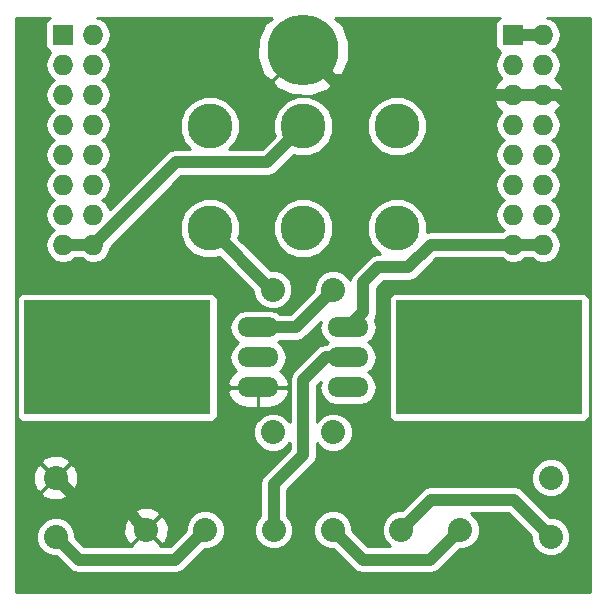
<source format=gbl>
%FSLAX34Y34*%
G04 Gerber Fmt 3.4, Leading zero omitted, Abs format*
G04 (created by PCBNEW (2014-jan-25)-product) date Sun 13 Jul 2014 08:16:38 AM PDT*
%MOIN*%
G01*
G70*
G90*
G04 APERTURE LIST*
%ADD10C,0.003937*%
%ADD11C,0.236220*%
%ADD12R,0.068000X0.068000*%
%ADD13O,0.068000X0.068000*%
%ADD14C,0.080000*%
%ADD15C,0.150000*%
%ADD16O,0.137800X0.066900*%
%ADD17R,0.620000X0.380000*%
%ADD18C,0.035000*%
%ADD19C,0.040000*%
%ADD20C,0.010000*%
G04 APERTURE END LIST*
G54D10*
G54D11*
X40000Y-42000D03*
G54D12*
X32000Y-41500D03*
G54D13*
X33000Y-41500D03*
X32000Y-42500D03*
X33000Y-42500D03*
X32000Y-43500D03*
X33000Y-43500D03*
X32000Y-44500D03*
X33000Y-44500D03*
X32000Y-45500D03*
X33000Y-45500D03*
X32000Y-46500D03*
X33000Y-46500D03*
X32000Y-47500D03*
X33000Y-47500D03*
X32000Y-48500D03*
X33000Y-48500D03*
G54D12*
X47000Y-41500D03*
G54D13*
X48000Y-41500D03*
X47000Y-42500D03*
X48000Y-42500D03*
X47000Y-43500D03*
X48000Y-43500D03*
X47000Y-44500D03*
X48000Y-44500D03*
X47000Y-45500D03*
X48000Y-45500D03*
X47000Y-46500D03*
X48000Y-46500D03*
X47000Y-47500D03*
X48000Y-47500D03*
X47000Y-48500D03*
X48000Y-48500D03*
G54D14*
X48250Y-58234D03*
X48250Y-56265D03*
X34765Y-58000D03*
X36734Y-58000D03*
X31750Y-56265D03*
X31750Y-58234D03*
X41005Y-54750D03*
X38995Y-54750D03*
X41005Y-50000D03*
X38995Y-50000D03*
G54D15*
X40000Y-47950D03*
X40000Y-44550D03*
X43120Y-47950D03*
X36880Y-44550D03*
X43120Y-44550D03*
X36880Y-47950D03*
G54D14*
X39015Y-58000D03*
X40984Y-58000D03*
X43265Y-58000D03*
X45234Y-58000D03*
G54D16*
X38500Y-52250D03*
X38500Y-53250D03*
X38500Y-51250D03*
G54D17*
X33800Y-52250D03*
G54D16*
X41500Y-52250D03*
X41500Y-51250D03*
X41500Y-53250D03*
G54D17*
X46200Y-52250D03*
G54D18*
X49000Y-44000D03*
G54D19*
X31750Y-56265D02*
X32734Y-57250D01*
X32734Y-57250D02*
X34015Y-57250D01*
X47000Y-43500D02*
X45500Y-43500D01*
X45000Y-43000D02*
X41000Y-43000D01*
X45500Y-43500D02*
X45000Y-43000D01*
X34765Y-58000D02*
X34015Y-57250D01*
X48000Y-43500D02*
X47000Y-43500D01*
X41000Y-43000D02*
X40000Y-42000D01*
X48500Y-43500D02*
X49000Y-44000D01*
X48000Y-43500D02*
X48500Y-43500D01*
X33000Y-48500D02*
X33000Y-48500D01*
X38800Y-45750D02*
X40000Y-44550D01*
X35750Y-45750D02*
X38800Y-45750D01*
X33000Y-48500D02*
X35750Y-45750D01*
X33000Y-48500D02*
X32000Y-48500D01*
X48000Y-41500D02*
X47000Y-41500D01*
X43265Y-58000D02*
X44265Y-57000D01*
X47015Y-57000D02*
X48250Y-58234D01*
X44265Y-57000D02*
X47015Y-57000D01*
X43500Y-49250D02*
X44250Y-48500D01*
X41500Y-51250D02*
X42000Y-50750D01*
X44250Y-48500D02*
X47000Y-48500D01*
X48000Y-48500D02*
X47000Y-48500D01*
X42000Y-49750D02*
X42500Y-49250D01*
X42500Y-49250D02*
X43500Y-49250D01*
X42000Y-50750D02*
X42000Y-49750D01*
X39015Y-58000D02*
X39015Y-56484D01*
X39015Y-56484D02*
X40000Y-55500D01*
X40750Y-52250D02*
X41500Y-52250D01*
X40000Y-53000D02*
X40750Y-52250D01*
X40000Y-55500D02*
X40000Y-53000D01*
X31750Y-58234D02*
X32515Y-59000D01*
X35734Y-59000D02*
X36734Y-58000D01*
X32515Y-59000D02*
X35734Y-59000D01*
X38995Y-50000D02*
X38930Y-50000D01*
X38930Y-50000D02*
X36880Y-47950D01*
X38500Y-51250D02*
X39755Y-51250D01*
X39755Y-51250D02*
X41005Y-50000D01*
X40984Y-58000D02*
X41984Y-59000D01*
X44234Y-59000D02*
X45234Y-58000D01*
X41984Y-59000D02*
X44234Y-59000D01*
G54D20*
G36*
X49572Y-60072D02*
X49550Y-60072D01*
X49550Y-54199D01*
X49550Y-54100D01*
X49550Y-50300D01*
X49511Y-50208D01*
X49441Y-50138D01*
X49349Y-50100D01*
X49250Y-50100D01*
X48679Y-50100D01*
X48679Y-43617D01*
X48602Y-43510D01*
X48010Y-43510D01*
X48010Y-43517D01*
X47990Y-43517D01*
X47990Y-43510D01*
X47602Y-43510D01*
X47397Y-43510D01*
X47010Y-43510D01*
X47010Y-43517D01*
X46990Y-43517D01*
X46990Y-43510D01*
X46397Y-43510D01*
X46320Y-43617D01*
X46416Y-43869D01*
X46599Y-44060D01*
X46582Y-44071D01*
X46454Y-44262D01*
X46410Y-44488D01*
X46410Y-44511D01*
X46454Y-44737D01*
X46582Y-44928D01*
X46689Y-45000D01*
X46582Y-45071D01*
X46454Y-45262D01*
X46410Y-45488D01*
X46410Y-45511D01*
X46454Y-45737D01*
X46582Y-45928D01*
X46689Y-46000D01*
X46582Y-46071D01*
X46454Y-46262D01*
X46410Y-46488D01*
X46410Y-46511D01*
X46454Y-46737D01*
X46582Y-46928D01*
X46689Y-47000D01*
X46582Y-47071D01*
X46454Y-47262D01*
X46410Y-47488D01*
X46410Y-47511D01*
X46454Y-47737D01*
X46582Y-47928D01*
X46689Y-48000D01*
X46614Y-48050D01*
X44250Y-48050D01*
X44119Y-48075D01*
X44120Y-47751D01*
X44120Y-44351D01*
X43968Y-43984D01*
X43687Y-43702D01*
X43319Y-43550D01*
X42921Y-43549D01*
X42554Y-43701D01*
X42272Y-43982D01*
X42120Y-44350D01*
X42119Y-44748D01*
X42271Y-45115D01*
X42552Y-45397D01*
X42920Y-45549D01*
X43318Y-45550D01*
X43685Y-45398D01*
X43967Y-45117D01*
X44119Y-44749D01*
X44120Y-44351D01*
X44120Y-47751D01*
X43968Y-47384D01*
X43687Y-47102D01*
X43319Y-46950D01*
X42921Y-46949D01*
X42554Y-47101D01*
X42272Y-47382D01*
X42120Y-47750D01*
X42119Y-48148D01*
X42271Y-48515D01*
X42552Y-48797D01*
X42559Y-48800D01*
X42500Y-48800D01*
X42327Y-48834D01*
X42181Y-48931D01*
X41681Y-49431D01*
X41584Y-49577D01*
X41567Y-49660D01*
X41556Y-49632D01*
X41540Y-49616D01*
X41373Y-49449D01*
X41134Y-49350D01*
X41034Y-49350D01*
X41034Y-43049D01*
X40000Y-42014D01*
X39985Y-42028D01*
X38965Y-43049D01*
X39090Y-43268D01*
X39645Y-43520D01*
X40254Y-43540D01*
X40824Y-43325D01*
X40909Y-43268D01*
X41034Y-43049D01*
X41034Y-49350D01*
X41000Y-49349D01*
X41000Y-47751D01*
X40848Y-47384D01*
X40567Y-47102D01*
X40199Y-46950D01*
X39801Y-46949D01*
X39434Y-47101D01*
X39152Y-47382D01*
X39000Y-47750D01*
X38999Y-48148D01*
X39151Y-48515D01*
X39432Y-48797D01*
X39800Y-48949D01*
X40198Y-48950D01*
X40565Y-48798D01*
X40847Y-48517D01*
X40999Y-48149D01*
X41000Y-47751D01*
X41000Y-49349D01*
X40876Y-49349D01*
X40637Y-49448D01*
X40454Y-49631D01*
X40355Y-49870D01*
X40354Y-50013D01*
X39645Y-50723D01*
X39645Y-49871D01*
X39546Y-49632D01*
X39363Y-49449D01*
X39124Y-49350D01*
X38916Y-49349D01*
X37831Y-48265D01*
X37879Y-48149D01*
X37880Y-47751D01*
X37728Y-47384D01*
X37447Y-47102D01*
X37079Y-46950D01*
X36681Y-46949D01*
X36314Y-47101D01*
X36032Y-47382D01*
X35880Y-47750D01*
X35879Y-48148D01*
X36031Y-48515D01*
X36312Y-48797D01*
X36680Y-48949D01*
X37078Y-48950D01*
X37195Y-48901D01*
X38344Y-50051D01*
X38344Y-50128D01*
X38443Y-50367D01*
X38626Y-50550D01*
X38865Y-50649D01*
X39123Y-50650D01*
X39362Y-50551D01*
X39545Y-50368D01*
X39644Y-50129D01*
X39645Y-49871D01*
X39645Y-50723D01*
X39568Y-50800D01*
X39231Y-50800D01*
X39096Y-50709D01*
X38872Y-50665D01*
X38127Y-50665D01*
X37903Y-50709D01*
X37713Y-50836D01*
X37587Y-51026D01*
X37542Y-51250D01*
X37587Y-51473D01*
X37713Y-51663D01*
X37843Y-51750D01*
X37713Y-51836D01*
X37587Y-52026D01*
X37542Y-52250D01*
X37587Y-52473D01*
X37713Y-52663D01*
X37764Y-52697D01*
X37654Y-52773D01*
X37509Y-52997D01*
X37471Y-53133D01*
X37548Y-53240D01*
X38490Y-53240D01*
X38490Y-53232D01*
X38510Y-53232D01*
X38510Y-53240D01*
X39451Y-53240D01*
X39528Y-53133D01*
X39490Y-52997D01*
X39345Y-52773D01*
X39235Y-52697D01*
X39286Y-52663D01*
X39412Y-52473D01*
X39457Y-52250D01*
X39412Y-52026D01*
X39286Y-51836D01*
X39156Y-51750D01*
X39231Y-51700D01*
X39755Y-51700D01*
X39927Y-51665D01*
X40073Y-51568D01*
X40580Y-51061D01*
X40542Y-51250D01*
X40587Y-51473D01*
X40713Y-51663D01*
X40843Y-51750D01*
X40768Y-51800D01*
X40750Y-51800D01*
X40577Y-51834D01*
X40431Y-51931D01*
X39681Y-52681D01*
X39584Y-52827D01*
X39550Y-53000D01*
X39550Y-54391D01*
X39546Y-54382D01*
X39528Y-54364D01*
X39528Y-53366D01*
X39451Y-53260D01*
X38510Y-53260D01*
X38510Y-53934D01*
X38864Y-53934D01*
X39125Y-53878D01*
X39345Y-53726D01*
X39490Y-53502D01*
X39528Y-53366D01*
X39528Y-54364D01*
X39363Y-54199D01*
X39124Y-54100D01*
X38866Y-54099D01*
X38627Y-54198D01*
X38490Y-54335D01*
X38490Y-53934D01*
X38490Y-53260D01*
X37548Y-53260D01*
X37471Y-53366D01*
X37509Y-53502D01*
X37654Y-53726D01*
X37874Y-53878D01*
X38135Y-53934D01*
X38490Y-53934D01*
X38490Y-54335D01*
X38444Y-54381D01*
X38345Y-54620D01*
X38344Y-54878D01*
X38443Y-55117D01*
X38626Y-55300D01*
X38865Y-55399D01*
X39123Y-55400D01*
X39362Y-55301D01*
X39545Y-55118D01*
X39550Y-55108D01*
X39550Y-55313D01*
X38697Y-56166D01*
X38600Y-56312D01*
X38565Y-56484D01*
X38565Y-57530D01*
X38465Y-57631D01*
X38365Y-57870D01*
X38365Y-58128D01*
X38464Y-58367D01*
X38647Y-58550D01*
X38885Y-58649D01*
X39144Y-58650D01*
X39383Y-58551D01*
X39566Y-58368D01*
X39665Y-58129D01*
X39665Y-57871D01*
X39567Y-57632D01*
X39465Y-57530D01*
X39465Y-56670D01*
X40318Y-55818D01*
X40415Y-55672D01*
X40450Y-55500D01*
X40450Y-55108D01*
X40453Y-55117D01*
X40636Y-55300D01*
X40875Y-55399D01*
X41133Y-55400D01*
X41372Y-55301D01*
X41555Y-55118D01*
X41654Y-54879D01*
X41655Y-54621D01*
X41556Y-54382D01*
X41373Y-54199D01*
X41134Y-54100D01*
X40876Y-54099D01*
X40637Y-54198D01*
X40454Y-54381D01*
X40450Y-54391D01*
X40450Y-53186D01*
X40581Y-53055D01*
X40542Y-53250D01*
X40587Y-53473D01*
X40713Y-53663D01*
X40903Y-53790D01*
X41127Y-53834D01*
X41872Y-53834D01*
X42096Y-53790D01*
X42286Y-53663D01*
X42412Y-53473D01*
X42457Y-53250D01*
X42412Y-53026D01*
X42286Y-52836D01*
X42156Y-52750D01*
X42286Y-52663D01*
X42412Y-52473D01*
X42457Y-52250D01*
X42412Y-52026D01*
X42286Y-51836D01*
X42156Y-51750D01*
X42286Y-51663D01*
X42412Y-51473D01*
X42457Y-51250D01*
X42412Y-51026D01*
X42379Y-50976D01*
X42415Y-50922D01*
X42450Y-50750D01*
X42450Y-49936D01*
X42686Y-49700D01*
X43500Y-49700D01*
X43672Y-49665D01*
X43818Y-49568D01*
X44436Y-48950D01*
X46614Y-48950D01*
X46774Y-49056D01*
X47000Y-49101D01*
X47225Y-49056D01*
X47385Y-48950D01*
X47614Y-48950D01*
X47774Y-49056D01*
X48000Y-49101D01*
X48225Y-49056D01*
X48417Y-48928D01*
X48545Y-48737D01*
X48590Y-48511D01*
X48590Y-48488D01*
X48545Y-48262D01*
X48417Y-48071D01*
X48310Y-48000D01*
X48417Y-47928D01*
X48545Y-47737D01*
X48590Y-47511D01*
X48590Y-47488D01*
X48545Y-47262D01*
X48417Y-47071D01*
X48310Y-47000D01*
X48417Y-46928D01*
X48545Y-46737D01*
X48590Y-46511D01*
X48590Y-46488D01*
X48545Y-46262D01*
X48417Y-46071D01*
X48310Y-46000D01*
X48417Y-45928D01*
X48545Y-45737D01*
X48590Y-45511D01*
X48590Y-45488D01*
X48545Y-45262D01*
X48417Y-45071D01*
X48310Y-45000D01*
X48417Y-44928D01*
X48545Y-44737D01*
X48590Y-44511D01*
X48590Y-44488D01*
X48545Y-44262D01*
X48417Y-44071D01*
X48400Y-44060D01*
X48583Y-43869D01*
X48679Y-43617D01*
X48679Y-50100D01*
X43050Y-50100D01*
X42958Y-50138D01*
X42888Y-50208D01*
X42850Y-50300D01*
X42850Y-50399D01*
X42850Y-54199D01*
X42888Y-54291D01*
X42958Y-54361D01*
X43050Y-54400D01*
X43149Y-54400D01*
X49349Y-54400D01*
X49441Y-54361D01*
X49511Y-54291D01*
X49550Y-54199D01*
X49550Y-60072D01*
X48900Y-60072D01*
X48900Y-58105D01*
X48900Y-56137D01*
X48801Y-55898D01*
X48618Y-55715D01*
X48379Y-55615D01*
X48121Y-55615D01*
X47882Y-55714D01*
X47699Y-55897D01*
X47600Y-56135D01*
X47599Y-56394D01*
X47698Y-56633D01*
X47881Y-56816D01*
X48120Y-56915D01*
X48378Y-56915D01*
X48617Y-56817D01*
X48800Y-56634D01*
X48899Y-56395D01*
X48900Y-56137D01*
X48900Y-58105D01*
X48801Y-57866D01*
X48618Y-57683D01*
X48379Y-57584D01*
X48236Y-57584D01*
X47333Y-56681D01*
X47187Y-56584D01*
X47015Y-56550D01*
X44265Y-56550D01*
X44093Y-56584D01*
X43947Y-56681D01*
X43279Y-57350D01*
X43137Y-57349D01*
X42898Y-57448D01*
X42715Y-57631D01*
X42615Y-57870D01*
X42615Y-58128D01*
X42714Y-58367D01*
X42896Y-58550D01*
X42170Y-58550D01*
X41634Y-58013D01*
X41634Y-57871D01*
X41535Y-57632D01*
X41352Y-57449D01*
X41114Y-57350D01*
X40855Y-57349D01*
X40616Y-57448D01*
X40433Y-57631D01*
X40334Y-57870D01*
X40334Y-58128D01*
X40432Y-58367D01*
X40615Y-58550D01*
X40854Y-58649D01*
X40997Y-58650D01*
X41666Y-59318D01*
X41812Y-59415D01*
X41984Y-59450D01*
X44234Y-59450D01*
X44406Y-59415D01*
X44552Y-59318D01*
X45220Y-58649D01*
X45362Y-58650D01*
X45601Y-58551D01*
X45784Y-58368D01*
X45884Y-58129D01*
X45884Y-57871D01*
X45785Y-57632D01*
X45603Y-57450D01*
X46829Y-57450D01*
X47600Y-58220D01*
X47599Y-58362D01*
X47698Y-58601D01*
X47881Y-58784D01*
X48120Y-58884D01*
X48378Y-58884D01*
X48617Y-58785D01*
X48800Y-58602D01*
X48899Y-58364D01*
X48900Y-58105D01*
X48900Y-60072D01*
X37384Y-60072D01*
X37384Y-57871D01*
X37285Y-57632D01*
X37150Y-57496D01*
X37150Y-54199D01*
X37150Y-54100D01*
X37150Y-50300D01*
X37111Y-50208D01*
X37041Y-50138D01*
X36949Y-50100D01*
X36850Y-50100D01*
X30650Y-50100D01*
X30558Y-50138D01*
X30488Y-50208D01*
X30450Y-50300D01*
X30450Y-50399D01*
X30450Y-54199D01*
X30488Y-54291D01*
X30558Y-54361D01*
X30650Y-54400D01*
X30749Y-54400D01*
X36949Y-54400D01*
X37041Y-54361D01*
X37111Y-54291D01*
X37150Y-54199D01*
X37150Y-57496D01*
X37102Y-57449D01*
X36864Y-57350D01*
X36605Y-57349D01*
X36366Y-57448D01*
X36183Y-57631D01*
X36084Y-57870D01*
X36084Y-58013D01*
X35547Y-58550D01*
X35519Y-58550D01*
X35519Y-57870D01*
X35412Y-57591D01*
X35390Y-57558D01*
X35251Y-57528D01*
X35237Y-57542D01*
X35237Y-57514D01*
X35207Y-57375D01*
X34934Y-57254D01*
X34636Y-57246D01*
X34357Y-57353D01*
X34324Y-57375D01*
X34294Y-57514D01*
X34765Y-57985D01*
X35237Y-57514D01*
X35237Y-57542D01*
X34779Y-58000D01*
X35251Y-58471D01*
X35390Y-58441D01*
X35511Y-58168D01*
X35519Y-57870D01*
X35519Y-58550D01*
X35223Y-58550D01*
X35237Y-58485D01*
X34765Y-58014D01*
X34751Y-58028D01*
X34751Y-58000D01*
X34279Y-57528D01*
X34141Y-57558D01*
X34019Y-57831D01*
X34012Y-58129D01*
X34119Y-58408D01*
X34141Y-58441D01*
X34279Y-58471D01*
X34751Y-58000D01*
X34751Y-58028D01*
X34294Y-58485D01*
X34308Y-58550D01*
X32702Y-58550D01*
X32503Y-58351D01*
X32503Y-56136D01*
X32396Y-55857D01*
X32374Y-55824D01*
X32235Y-55794D01*
X32221Y-55808D01*
X32221Y-55779D01*
X32191Y-55641D01*
X31918Y-55519D01*
X31620Y-55512D01*
X31341Y-55619D01*
X31308Y-55641D01*
X31278Y-55779D01*
X31750Y-56251D01*
X32221Y-55779D01*
X32221Y-55808D01*
X31764Y-56265D01*
X32235Y-56737D01*
X32374Y-56707D01*
X32495Y-56434D01*
X32503Y-56136D01*
X32503Y-58351D01*
X32399Y-58247D01*
X32400Y-58105D01*
X32301Y-57866D01*
X32221Y-57786D01*
X32221Y-56751D01*
X31750Y-56279D01*
X31735Y-56294D01*
X31735Y-56265D01*
X31264Y-55794D01*
X31125Y-55824D01*
X31004Y-56096D01*
X30996Y-56395D01*
X31103Y-56673D01*
X31125Y-56707D01*
X31264Y-56737D01*
X31735Y-56265D01*
X31735Y-56294D01*
X31278Y-56751D01*
X31308Y-56890D01*
X31581Y-57011D01*
X31879Y-57019D01*
X32158Y-56912D01*
X32191Y-56890D01*
X32221Y-56751D01*
X32221Y-57786D01*
X32118Y-57683D01*
X31879Y-57584D01*
X31621Y-57584D01*
X31382Y-57682D01*
X31199Y-57865D01*
X31100Y-58104D01*
X31099Y-58362D01*
X31198Y-58601D01*
X31381Y-58784D01*
X31620Y-58884D01*
X31763Y-58884D01*
X32197Y-59318D01*
X32343Y-59415D01*
X32515Y-59450D01*
X35734Y-59450D01*
X35906Y-59415D01*
X36052Y-59318D01*
X36720Y-58649D01*
X36862Y-58650D01*
X37101Y-58551D01*
X37284Y-58368D01*
X37384Y-58129D01*
X37384Y-57871D01*
X37384Y-60072D01*
X30427Y-60072D01*
X30427Y-40927D01*
X31568Y-40927D01*
X31518Y-40948D01*
X31448Y-41018D01*
X31410Y-41110D01*
X31410Y-41209D01*
X31410Y-41889D01*
X31448Y-41981D01*
X31518Y-42051D01*
X31578Y-42077D01*
X31454Y-42262D01*
X31410Y-42488D01*
X31410Y-42511D01*
X31454Y-42737D01*
X31582Y-42928D01*
X31689Y-43000D01*
X31582Y-43071D01*
X31454Y-43262D01*
X31410Y-43488D01*
X31410Y-43511D01*
X31454Y-43737D01*
X31582Y-43928D01*
X31689Y-44000D01*
X31582Y-44071D01*
X31454Y-44262D01*
X31410Y-44488D01*
X31410Y-44511D01*
X31454Y-44737D01*
X31582Y-44928D01*
X31689Y-45000D01*
X31582Y-45071D01*
X31454Y-45262D01*
X31410Y-45488D01*
X31410Y-45511D01*
X31454Y-45737D01*
X31582Y-45928D01*
X31689Y-46000D01*
X31582Y-46071D01*
X31454Y-46262D01*
X31410Y-46488D01*
X31410Y-46511D01*
X31454Y-46737D01*
X31582Y-46928D01*
X31689Y-47000D01*
X31582Y-47071D01*
X31454Y-47262D01*
X31410Y-47488D01*
X31410Y-47511D01*
X31454Y-47737D01*
X31582Y-47928D01*
X31689Y-48000D01*
X31582Y-48071D01*
X31454Y-48262D01*
X31410Y-48488D01*
X31410Y-48511D01*
X31454Y-48737D01*
X31582Y-48928D01*
X31774Y-49056D01*
X32000Y-49101D01*
X32225Y-49056D01*
X32385Y-48950D01*
X32614Y-48950D01*
X32774Y-49056D01*
X33000Y-49101D01*
X33225Y-49056D01*
X33417Y-48928D01*
X33545Y-48737D01*
X33581Y-48555D01*
X35936Y-46200D01*
X38800Y-46200D01*
X38972Y-46165D01*
X39118Y-46068D01*
X39684Y-45501D01*
X39800Y-45549D01*
X40198Y-45550D01*
X40565Y-45398D01*
X40847Y-45117D01*
X40999Y-44749D01*
X41000Y-44351D01*
X40848Y-43984D01*
X40567Y-43702D01*
X40199Y-43550D01*
X39801Y-43549D01*
X39434Y-43701D01*
X39152Y-43982D01*
X39000Y-44350D01*
X38999Y-44748D01*
X39048Y-44865D01*
X38613Y-45300D01*
X37544Y-45300D01*
X37727Y-45117D01*
X37879Y-44749D01*
X37880Y-44351D01*
X37728Y-43984D01*
X37447Y-43702D01*
X37079Y-43550D01*
X36681Y-43549D01*
X36314Y-43701D01*
X36032Y-43982D01*
X35880Y-44350D01*
X35879Y-44748D01*
X36031Y-45115D01*
X36215Y-45300D01*
X35750Y-45300D01*
X35577Y-45334D01*
X35431Y-45431D01*
X33554Y-47309D01*
X33545Y-47262D01*
X33417Y-47071D01*
X33310Y-47000D01*
X33417Y-46928D01*
X33545Y-46737D01*
X33590Y-46511D01*
X33590Y-46488D01*
X33545Y-46262D01*
X33417Y-46071D01*
X33310Y-46000D01*
X33417Y-45928D01*
X33545Y-45737D01*
X33590Y-45511D01*
X33590Y-45488D01*
X33545Y-45262D01*
X33417Y-45071D01*
X33310Y-45000D01*
X33417Y-44928D01*
X33545Y-44737D01*
X33590Y-44511D01*
X33590Y-44488D01*
X33545Y-44262D01*
X33417Y-44071D01*
X33310Y-44000D01*
X33417Y-43928D01*
X33545Y-43737D01*
X33590Y-43511D01*
X33590Y-43488D01*
X33545Y-43262D01*
X33417Y-43071D01*
X33310Y-43000D01*
X33417Y-42928D01*
X33545Y-42737D01*
X33590Y-42511D01*
X33590Y-42488D01*
X33545Y-42262D01*
X33417Y-42071D01*
X33310Y-42000D01*
X33417Y-41928D01*
X33545Y-41737D01*
X33590Y-41511D01*
X33590Y-41488D01*
X33545Y-41262D01*
X33417Y-41071D01*
X33225Y-40943D01*
X33144Y-40927D01*
X38913Y-40927D01*
X38950Y-40965D01*
X38731Y-41090D01*
X38479Y-41645D01*
X38459Y-42254D01*
X38674Y-42824D01*
X38731Y-42909D01*
X38950Y-43034D01*
X39985Y-42000D01*
X39980Y-41994D01*
X39994Y-41980D01*
X40000Y-41985D01*
X40005Y-41980D01*
X40019Y-41994D01*
X40014Y-42000D01*
X41049Y-43034D01*
X41268Y-42909D01*
X41520Y-42354D01*
X41540Y-41745D01*
X41325Y-41175D01*
X41268Y-41090D01*
X41049Y-40965D01*
X41086Y-40927D01*
X46568Y-40927D01*
X46518Y-40948D01*
X46448Y-41018D01*
X46410Y-41110D01*
X46410Y-41209D01*
X46410Y-41889D01*
X46448Y-41981D01*
X46518Y-42051D01*
X46578Y-42077D01*
X46454Y-42262D01*
X46410Y-42488D01*
X46410Y-42511D01*
X46454Y-42737D01*
X46582Y-42928D01*
X46599Y-42939D01*
X46416Y-43130D01*
X46320Y-43382D01*
X46397Y-43490D01*
X46990Y-43490D01*
X46990Y-43482D01*
X47010Y-43482D01*
X47010Y-43490D01*
X47397Y-43490D01*
X47602Y-43490D01*
X47990Y-43490D01*
X47990Y-43482D01*
X48010Y-43482D01*
X48010Y-43490D01*
X48602Y-43490D01*
X48679Y-43382D01*
X48583Y-43130D01*
X48400Y-42939D01*
X48417Y-42928D01*
X48545Y-42737D01*
X48590Y-42511D01*
X48590Y-42488D01*
X48545Y-42262D01*
X48417Y-42071D01*
X48310Y-42000D01*
X48417Y-41928D01*
X48545Y-41737D01*
X48590Y-41511D01*
X48590Y-41488D01*
X48545Y-41262D01*
X48417Y-41071D01*
X48225Y-40943D01*
X48144Y-40927D01*
X49572Y-40927D01*
X49572Y-60072D01*
X49572Y-60072D01*
G37*
X49572Y-60072D02*
X49550Y-60072D01*
X49550Y-54199D01*
X49550Y-54100D01*
X49550Y-50300D01*
X49511Y-50208D01*
X49441Y-50138D01*
X49349Y-50100D01*
X49250Y-50100D01*
X48679Y-50100D01*
X48679Y-43617D01*
X48602Y-43510D01*
X48010Y-43510D01*
X48010Y-43517D01*
X47990Y-43517D01*
X47990Y-43510D01*
X47602Y-43510D01*
X47397Y-43510D01*
X47010Y-43510D01*
X47010Y-43517D01*
X46990Y-43517D01*
X46990Y-43510D01*
X46397Y-43510D01*
X46320Y-43617D01*
X46416Y-43869D01*
X46599Y-44060D01*
X46582Y-44071D01*
X46454Y-44262D01*
X46410Y-44488D01*
X46410Y-44511D01*
X46454Y-44737D01*
X46582Y-44928D01*
X46689Y-45000D01*
X46582Y-45071D01*
X46454Y-45262D01*
X46410Y-45488D01*
X46410Y-45511D01*
X46454Y-45737D01*
X46582Y-45928D01*
X46689Y-46000D01*
X46582Y-46071D01*
X46454Y-46262D01*
X46410Y-46488D01*
X46410Y-46511D01*
X46454Y-46737D01*
X46582Y-46928D01*
X46689Y-47000D01*
X46582Y-47071D01*
X46454Y-47262D01*
X46410Y-47488D01*
X46410Y-47511D01*
X46454Y-47737D01*
X46582Y-47928D01*
X46689Y-48000D01*
X46614Y-48050D01*
X44250Y-48050D01*
X44119Y-48075D01*
X44120Y-47751D01*
X44120Y-44351D01*
X43968Y-43984D01*
X43687Y-43702D01*
X43319Y-43550D01*
X42921Y-43549D01*
X42554Y-43701D01*
X42272Y-43982D01*
X42120Y-44350D01*
X42119Y-44748D01*
X42271Y-45115D01*
X42552Y-45397D01*
X42920Y-45549D01*
X43318Y-45550D01*
X43685Y-45398D01*
X43967Y-45117D01*
X44119Y-44749D01*
X44120Y-44351D01*
X44120Y-47751D01*
X43968Y-47384D01*
X43687Y-47102D01*
X43319Y-46950D01*
X42921Y-46949D01*
X42554Y-47101D01*
X42272Y-47382D01*
X42120Y-47750D01*
X42119Y-48148D01*
X42271Y-48515D01*
X42552Y-48797D01*
X42559Y-48800D01*
X42500Y-48800D01*
X42327Y-48834D01*
X42181Y-48931D01*
X41681Y-49431D01*
X41584Y-49577D01*
X41567Y-49660D01*
X41556Y-49632D01*
X41540Y-49616D01*
X41373Y-49449D01*
X41134Y-49350D01*
X41034Y-49350D01*
X41034Y-43049D01*
X40000Y-42014D01*
X39985Y-42028D01*
X38965Y-43049D01*
X39090Y-43268D01*
X39645Y-43520D01*
X40254Y-43540D01*
X40824Y-43325D01*
X40909Y-43268D01*
X41034Y-43049D01*
X41034Y-49350D01*
X41000Y-49349D01*
X41000Y-47751D01*
X40848Y-47384D01*
X40567Y-47102D01*
X40199Y-46950D01*
X39801Y-46949D01*
X39434Y-47101D01*
X39152Y-47382D01*
X39000Y-47750D01*
X38999Y-48148D01*
X39151Y-48515D01*
X39432Y-48797D01*
X39800Y-48949D01*
X40198Y-48950D01*
X40565Y-48798D01*
X40847Y-48517D01*
X40999Y-48149D01*
X41000Y-47751D01*
X41000Y-49349D01*
X40876Y-49349D01*
X40637Y-49448D01*
X40454Y-49631D01*
X40355Y-49870D01*
X40354Y-50013D01*
X39645Y-50723D01*
X39645Y-49871D01*
X39546Y-49632D01*
X39363Y-49449D01*
X39124Y-49350D01*
X38916Y-49349D01*
X37831Y-48265D01*
X37879Y-48149D01*
X37880Y-47751D01*
X37728Y-47384D01*
X37447Y-47102D01*
X37079Y-46950D01*
X36681Y-46949D01*
X36314Y-47101D01*
X36032Y-47382D01*
X35880Y-47750D01*
X35879Y-48148D01*
X36031Y-48515D01*
X36312Y-48797D01*
X36680Y-48949D01*
X37078Y-48950D01*
X37195Y-48901D01*
X38344Y-50051D01*
X38344Y-50128D01*
X38443Y-50367D01*
X38626Y-50550D01*
X38865Y-50649D01*
X39123Y-50650D01*
X39362Y-50551D01*
X39545Y-50368D01*
X39644Y-50129D01*
X39645Y-49871D01*
X39645Y-50723D01*
X39568Y-50800D01*
X39231Y-50800D01*
X39096Y-50709D01*
X38872Y-50665D01*
X38127Y-50665D01*
X37903Y-50709D01*
X37713Y-50836D01*
X37587Y-51026D01*
X37542Y-51250D01*
X37587Y-51473D01*
X37713Y-51663D01*
X37843Y-51750D01*
X37713Y-51836D01*
X37587Y-52026D01*
X37542Y-52250D01*
X37587Y-52473D01*
X37713Y-52663D01*
X37764Y-52697D01*
X37654Y-52773D01*
X37509Y-52997D01*
X37471Y-53133D01*
X37548Y-53240D01*
X38490Y-53240D01*
X38490Y-53232D01*
X38510Y-53232D01*
X38510Y-53240D01*
X39451Y-53240D01*
X39528Y-53133D01*
X39490Y-52997D01*
X39345Y-52773D01*
X39235Y-52697D01*
X39286Y-52663D01*
X39412Y-52473D01*
X39457Y-52250D01*
X39412Y-52026D01*
X39286Y-51836D01*
X39156Y-51750D01*
X39231Y-51700D01*
X39755Y-51700D01*
X39927Y-51665D01*
X40073Y-51568D01*
X40580Y-51061D01*
X40542Y-51250D01*
X40587Y-51473D01*
X40713Y-51663D01*
X40843Y-51750D01*
X40768Y-51800D01*
X40750Y-51800D01*
X40577Y-51834D01*
X40431Y-51931D01*
X39681Y-52681D01*
X39584Y-52827D01*
X39550Y-53000D01*
X39550Y-54391D01*
X39546Y-54382D01*
X39528Y-54364D01*
X39528Y-53366D01*
X39451Y-53260D01*
X38510Y-53260D01*
X38510Y-53934D01*
X38864Y-53934D01*
X39125Y-53878D01*
X39345Y-53726D01*
X39490Y-53502D01*
X39528Y-53366D01*
X39528Y-54364D01*
X39363Y-54199D01*
X39124Y-54100D01*
X38866Y-54099D01*
X38627Y-54198D01*
X38490Y-54335D01*
X38490Y-53934D01*
X38490Y-53260D01*
X37548Y-53260D01*
X37471Y-53366D01*
X37509Y-53502D01*
X37654Y-53726D01*
X37874Y-53878D01*
X38135Y-53934D01*
X38490Y-53934D01*
X38490Y-54335D01*
X38444Y-54381D01*
X38345Y-54620D01*
X38344Y-54878D01*
X38443Y-55117D01*
X38626Y-55300D01*
X38865Y-55399D01*
X39123Y-55400D01*
X39362Y-55301D01*
X39545Y-55118D01*
X39550Y-55108D01*
X39550Y-55313D01*
X38697Y-56166D01*
X38600Y-56312D01*
X38565Y-56484D01*
X38565Y-57530D01*
X38465Y-57631D01*
X38365Y-57870D01*
X38365Y-58128D01*
X38464Y-58367D01*
X38647Y-58550D01*
X38885Y-58649D01*
X39144Y-58650D01*
X39383Y-58551D01*
X39566Y-58368D01*
X39665Y-58129D01*
X39665Y-57871D01*
X39567Y-57632D01*
X39465Y-57530D01*
X39465Y-56670D01*
X40318Y-55818D01*
X40415Y-55672D01*
X40450Y-55500D01*
X40450Y-55108D01*
X40453Y-55117D01*
X40636Y-55300D01*
X40875Y-55399D01*
X41133Y-55400D01*
X41372Y-55301D01*
X41555Y-55118D01*
X41654Y-54879D01*
X41655Y-54621D01*
X41556Y-54382D01*
X41373Y-54199D01*
X41134Y-54100D01*
X40876Y-54099D01*
X40637Y-54198D01*
X40454Y-54381D01*
X40450Y-54391D01*
X40450Y-53186D01*
X40581Y-53055D01*
X40542Y-53250D01*
X40587Y-53473D01*
X40713Y-53663D01*
X40903Y-53790D01*
X41127Y-53834D01*
X41872Y-53834D01*
X42096Y-53790D01*
X42286Y-53663D01*
X42412Y-53473D01*
X42457Y-53250D01*
X42412Y-53026D01*
X42286Y-52836D01*
X42156Y-52750D01*
X42286Y-52663D01*
X42412Y-52473D01*
X42457Y-52250D01*
X42412Y-52026D01*
X42286Y-51836D01*
X42156Y-51750D01*
X42286Y-51663D01*
X42412Y-51473D01*
X42457Y-51250D01*
X42412Y-51026D01*
X42379Y-50976D01*
X42415Y-50922D01*
X42450Y-50750D01*
X42450Y-49936D01*
X42686Y-49700D01*
X43500Y-49700D01*
X43672Y-49665D01*
X43818Y-49568D01*
X44436Y-48950D01*
X46614Y-48950D01*
X46774Y-49056D01*
X47000Y-49101D01*
X47225Y-49056D01*
X47385Y-48950D01*
X47614Y-48950D01*
X47774Y-49056D01*
X48000Y-49101D01*
X48225Y-49056D01*
X48417Y-48928D01*
X48545Y-48737D01*
X48590Y-48511D01*
X48590Y-48488D01*
X48545Y-48262D01*
X48417Y-48071D01*
X48310Y-48000D01*
X48417Y-47928D01*
X48545Y-47737D01*
X48590Y-47511D01*
X48590Y-47488D01*
X48545Y-47262D01*
X48417Y-47071D01*
X48310Y-47000D01*
X48417Y-46928D01*
X48545Y-46737D01*
X48590Y-46511D01*
X48590Y-46488D01*
X48545Y-46262D01*
X48417Y-46071D01*
X48310Y-46000D01*
X48417Y-45928D01*
X48545Y-45737D01*
X48590Y-45511D01*
X48590Y-45488D01*
X48545Y-45262D01*
X48417Y-45071D01*
X48310Y-45000D01*
X48417Y-44928D01*
X48545Y-44737D01*
X48590Y-44511D01*
X48590Y-44488D01*
X48545Y-44262D01*
X48417Y-44071D01*
X48400Y-44060D01*
X48583Y-43869D01*
X48679Y-43617D01*
X48679Y-50100D01*
X43050Y-50100D01*
X42958Y-50138D01*
X42888Y-50208D01*
X42850Y-50300D01*
X42850Y-50399D01*
X42850Y-54199D01*
X42888Y-54291D01*
X42958Y-54361D01*
X43050Y-54400D01*
X43149Y-54400D01*
X49349Y-54400D01*
X49441Y-54361D01*
X49511Y-54291D01*
X49550Y-54199D01*
X49550Y-60072D01*
X48900Y-60072D01*
X48900Y-58105D01*
X48900Y-56137D01*
X48801Y-55898D01*
X48618Y-55715D01*
X48379Y-55615D01*
X48121Y-55615D01*
X47882Y-55714D01*
X47699Y-55897D01*
X47600Y-56135D01*
X47599Y-56394D01*
X47698Y-56633D01*
X47881Y-56816D01*
X48120Y-56915D01*
X48378Y-56915D01*
X48617Y-56817D01*
X48800Y-56634D01*
X48899Y-56395D01*
X48900Y-56137D01*
X48900Y-58105D01*
X48801Y-57866D01*
X48618Y-57683D01*
X48379Y-57584D01*
X48236Y-57584D01*
X47333Y-56681D01*
X47187Y-56584D01*
X47015Y-56550D01*
X44265Y-56550D01*
X44093Y-56584D01*
X43947Y-56681D01*
X43279Y-57350D01*
X43137Y-57349D01*
X42898Y-57448D01*
X42715Y-57631D01*
X42615Y-57870D01*
X42615Y-58128D01*
X42714Y-58367D01*
X42896Y-58550D01*
X42170Y-58550D01*
X41634Y-58013D01*
X41634Y-57871D01*
X41535Y-57632D01*
X41352Y-57449D01*
X41114Y-57350D01*
X40855Y-57349D01*
X40616Y-57448D01*
X40433Y-57631D01*
X40334Y-57870D01*
X40334Y-58128D01*
X40432Y-58367D01*
X40615Y-58550D01*
X40854Y-58649D01*
X40997Y-58650D01*
X41666Y-59318D01*
X41812Y-59415D01*
X41984Y-59450D01*
X44234Y-59450D01*
X44406Y-59415D01*
X44552Y-59318D01*
X45220Y-58649D01*
X45362Y-58650D01*
X45601Y-58551D01*
X45784Y-58368D01*
X45884Y-58129D01*
X45884Y-57871D01*
X45785Y-57632D01*
X45603Y-57450D01*
X46829Y-57450D01*
X47600Y-58220D01*
X47599Y-58362D01*
X47698Y-58601D01*
X47881Y-58784D01*
X48120Y-58884D01*
X48378Y-58884D01*
X48617Y-58785D01*
X48800Y-58602D01*
X48899Y-58364D01*
X48900Y-58105D01*
X48900Y-60072D01*
X37384Y-60072D01*
X37384Y-57871D01*
X37285Y-57632D01*
X37150Y-57496D01*
X37150Y-54199D01*
X37150Y-54100D01*
X37150Y-50300D01*
X37111Y-50208D01*
X37041Y-50138D01*
X36949Y-50100D01*
X36850Y-50100D01*
X30650Y-50100D01*
X30558Y-50138D01*
X30488Y-50208D01*
X30450Y-50300D01*
X30450Y-50399D01*
X30450Y-54199D01*
X30488Y-54291D01*
X30558Y-54361D01*
X30650Y-54400D01*
X30749Y-54400D01*
X36949Y-54400D01*
X37041Y-54361D01*
X37111Y-54291D01*
X37150Y-54199D01*
X37150Y-57496D01*
X37102Y-57449D01*
X36864Y-57350D01*
X36605Y-57349D01*
X36366Y-57448D01*
X36183Y-57631D01*
X36084Y-57870D01*
X36084Y-58013D01*
X35547Y-58550D01*
X35519Y-58550D01*
X35519Y-57870D01*
X35412Y-57591D01*
X35390Y-57558D01*
X35251Y-57528D01*
X35237Y-57542D01*
X35237Y-57514D01*
X35207Y-57375D01*
X34934Y-57254D01*
X34636Y-57246D01*
X34357Y-57353D01*
X34324Y-57375D01*
X34294Y-57514D01*
X34765Y-57985D01*
X35237Y-57514D01*
X35237Y-57542D01*
X34779Y-58000D01*
X35251Y-58471D01*
X35390Y-58441D01*
X35511Y-58168D01*
X35519Y-57870D01*
X35519Y-58550D01*
X35223Y-58550D01*
X35237Y-58485D01*
X34765Y-58014D01*
X34751Y-58028D01*
X34751Y-58000D01*
X34279Y-57528D01*
X34141Y-57558D01*
X34019Y-57831D01*
X34012Y-58129D01*
X34119Y-58408D01*
X34141Y-58441D01*
X34279Y-58471D01*
X34751Y-58000D01*
X34751Y-58028D01*
X34294Y-58485D01*
X34308Y-58550D01*
X32702Y-58550D01*
X32503Y-58351D01*
X32503Y-56136D01*
X32396Y-55857D01*
X32374Y-55824D01*
X32235Y-55794D01*
X32221Y-55808D01*
X32221Y-55779D01*
X32191Y-55641D01*
X31918Y-55519D01*
X31620Y-55512D01*
X31341Y-55619D01*
X31308Y-55641D01*
X31278Y-55779D01*
X31750Y-56251D01*
X32221Y-55779D01*
X32221Y-55808D01*
X31764Y-56265D01*
X32235Y-56737D01*
X32374Y-56707D01*
X32495Y-56434D01*
X32503Y-56136D01*
X32503Y-58351D01*
X32399Y-58247D01*
X32400Y-58105D01*
X32301Y-57866D01*
X32221Y-57786D01*
X32221Y-56751D01*
X31750Y-56279D01*
X31735Y-56294D01*
X31735Y-56265D01*
X31264Y-55794D01*
X31125Y-55824D01*
X31004Y-56096D01*
X30996Y-56395D01*
X31103Y-56673D01*
X31125Y-56707D01*
X31264Y-56737D01*
X31735Y-56265D01*
X31735Y-56294D01*
X31278Y-56751D01*
X31308Y-56890D01*
X31581Y-57011D01*
X31879Y-57019D01*
X32158Y-56912D01*
X32191Y-56890D01*
X32221Y-56751D01*
X32221Y-57786D01*
X32118Y-57683D01*
X31879Y-57584D01*
X31621Y-57584D01*
X31382Y-57682D01*
X31199Y-57865D01*
X31100Y-58104D01*
X31099Y-58362D01*
X31198Y-58601D01*
X31381Y-58784D01*
X31620Y-58884D01*
X31763Y-58884D01*
X32197Y-59318D01*
X32343Y-59415D01*
X32515Y-59450D01*
X35734Y-59450D01*
X35906Y-59415D01*
X36052Y-59318D01*
X36720Y-58649D01*
X36862Y-58650D01*
X37101Y-58551D01*
X37284Y-58368D01*
X37384Y-58129D01*
X37384Y-57871D01*
X37384Y-60072D01*
X30427Y-60072D01*
X30427Y-40927D01*
X31568Y-40927D01*
X31518Y-40948D01*
X31448Y-41018D01*
X31410Y-41110D01*
X31410Y-41209D01*
X31410Y-41889D01*
X31448Y-41981D01*
X31518Y-42051D01*
X31578Y-42077D01*
X31454Y-42262D01*
X31410Y-42488D01*
X31410Y-42511D01*
X31454Y-42737D01*
X31582Y-42928D01*
X31689Y-43000D01*
X31582Y-43071D01*
X31454Y-43262D01*
X31410Y-43488D01*
X31410Y-43511D01*
X31454Y-43737D01*
X31582Y-43928D01*
X31689Y-44000D01*
X31582Y-44071D01*
X31454Y-44262D01*
X31410Y-44488D01*
X31410Y-44511D01*
X31454Y-44737D01*
X31582Y-44928D01*
X31689Y-45000D01*
X31582Y-45071D01*
X31454Y-45262D01*
X31410Y-45488D01*
X31410Y-45511D01*
X31454Y-45737D01*
X31582Y-45928D01*
X31689Y-46000D01*
X31582Y-46071D01*
X31454Y-46262D01*
X31410Y-46488D01*
X31410Y-46511D01*
X31454Y-46737D01*
X31582Y-46928D01*
X31689Y-47000D01*
X31582Y-47071D01*
X31454Y-47262D01*
X31410Y-47488D01*
X31410Y-47511D01*
X31454Y-47737D01*
X31582Y-47928D01*
X31689Y-48000D01*
X31582Y-48071D01*
X31454Y-48262D01*
X31410Y-48488D01*
X31410Y-48511D01*
X31454Y-48737D01*
X31582Y-48928D01*
X31774Y-49056D01*
X32000Y-49101D01*
X32225Y-49056D01*
X32385Y-48950D01*
X32614Y-48950D01*
X32774Y-49056D01*
X33000Y-49101D01*
X33225Y-49056D01*
X33417Y-48928D01*
X33545Y-48737D01*
X33581Y-48555D01*
X35936Y-46200D01*
X38800Y-46200D01*
X38972Y-46165D01*
X39118Y-46068D01*
X39684Y-45501D01*
X39800Y-45549D01*
X40198Y-45550D01*
X40565Y-45398D01*
X40847Y-45117D01*
X40999Y-44749D01*
X41000Y-44351D01*
X40848Y-43984D01*
X40567Y-43702D01*
X40199Y-43550D01*
X39801Y-43549D01*
X39434Y-43701D01*
X39152Y-43982D01*
X39000Y-44350D01*
X38999Y-44748D01*
X39048Y-44865D01*
X38613Y-45300D01*
X37544Y-45300D01*
X37727Y-45117D01*
X37879Y-44749D01*
X37880Y-44351D01*
X37728Y-43984D01*
X37447Y-43702D01*
X37079Y-43550D01*
X36681Y-43549D01*
X36314Y-43701D01*
X36032Y-43982D01*
X35880Y-44350D01*
X35879Y-44748D01*
X36031Y-45115D01*
X36215Y-45300D01*
X35750Y-45300D01*
X35577Y-45334D01*
X35431Y-45431D01*
X33554Y-47309D01*
X33545Y-47262D01*
X33417Y-47071D01*
X33310Y-47000D01*
X33417Y-46928D01*
X33545Y-46737D01*
X33590Y-46511D01*
X33590Y-46488D01*
X33545Y-46262D01*
X33417Y-46071D01*
X33310Y-46000D01*
X33417Y-45928D01*
X33545Y-45737D01*
X33590Y-45511D01*
X33590Y-45488D01*
X33545Y-45262D01*
X33417Y-45071D01*
X33310Y-45000D01*
X33417Y-44928D01*
X33545Y-44737D01*
X33590Y-44511D01*
X33590Y-44488D01*
X33545Y-44262D01*
X33417Y-44071D01*
X33310Y-44000D01*
X33417Y-43928D01*
X33545Y-43737D01*
X33590Y-43511D01*
X33590Y-43488D01*
X33545Y-43262D01*
X33417Y-43071D01*
X33310Y-43000D01*
X33417Y-42928D01*
X33545Y-42737D01*
X33590Y-42511D01*
X33590Y-42488D01*
X33545Y-42262D01*
X33417Y-42071D01*
X33310Y-42000D01*
X33417Y-41928D01*
X33545Y-41737D01*
X33590Y-41511D01*
X33590Y-41488D01*
X33545Y-41262D01*
X33417Y-41071D01*
X33225Y-40943D01*
X33144Y-40927D01*
X38913Y-40927D01*
X38950Y-40965D01*
X38731Y-41090D01*
X38479Y-41645D01*
X38459Y-42254D01*
X38674Y-42824D01*
X38731Y-42909D01*
X38950Y-43034D01*
X39985Y-42000D01*
X39980Y-41994D01*
X39994Y-41980D01*
X40000Y-41985D01*
X40005Y-41980D01*
X40019Y-41994D01*
X40014Y-42000D01*
X41049Y-43034D01*
X41268Y-42909D01*
X41520Y-42354D01*
X41540Y-41745D01*
X41325Y-41175D01*
X41268Y-41090D01*
X41049Y-40965D01*
X41086Y-40927D01*
X46568Y-40927D01*
X46518Y-40948D01*
X46448Y-41018D01*
X46410Y-41110D01*
X46410Y-41209D01*
X46410Y-41889D01*
X46448Y-41981D01*
X46518Y-42051D01*
X46578Y-42077D01*
X46454Y-42262D01*
X46410Y-42488D01*
X46410Y-42511D01*
X46454Y-42737D01*
X46582Y-42928D01*
X46599Y-42939D01*
X46416Y-43130D01*
X46320Y-43382D01*
X46397Y-43490D01*
X46990Y-43490D01*
X46990Y-43482D01*
X47010Y-43482D01*
X47010Y-43490D01*
X47397Y-43490D01*
X47602Y-43490D01*
X47990Y-43490D01*
X47990Y-43482D01*
X48010Y-43482D01*
X48010Y-43490D01*
X48602Y-43490D01*
X48679Y-43382D01*
X48583Y-43130D01*
X48400Y-42939D01*
X48417Y-42928D01*
X48545Y-42737D01*
X48590Y-42511D01*
X48590Y-42488D01*
X48545Y-42262D01*
X48417Y-42071D01*
X48310Y-42000D01*
X48417Y-41928D01*
X48545Y-41737D01*
X48590Y-41511D01*
X48590Y-41488D01*
X48545Y-41262D01*
X48417Y-41071D01*
X48225Y-40943D01*
X48144Y-40927D01*
X49572Y-40927D01*
X49572Y-60072D01*
M02*

</source>
